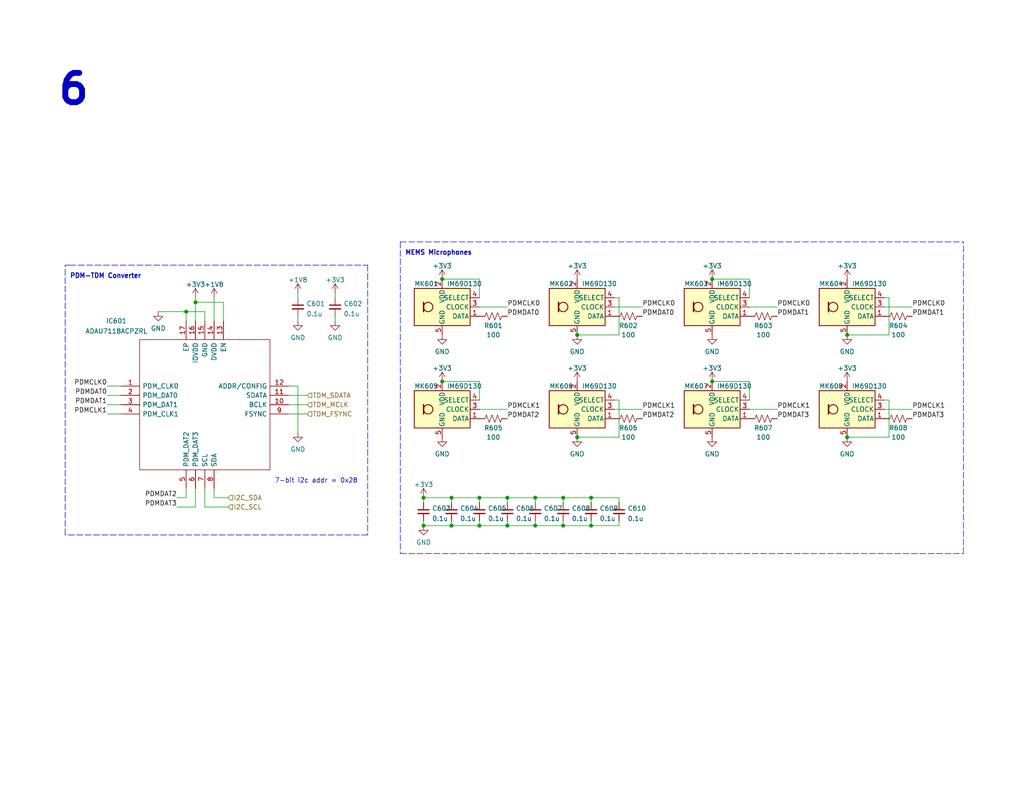
<source format=kicad_sch>
(kicad_sch (version 20211123) (generator eeschema)
  (paper "USLetter")
  (title_block (rev "0") (company "Charlie Gilliland"))
  (lib_symbols
    (symbol "ADAU7118ACPZRL:ADAU7118ACPZRL" (pin_names (offset 0.762))
      (property "Reference" "IC" (at 41.91 17.78 0))
      (property "Value" "ADAU7118ACPZRL" (at 41.91 15.24 0))
      (symbol "ADAU7118ACPZRL_0_0"
        (pin passive line (at 0 0 0) (length 5.08) (name "PDM_CLK0") (number "1"))
        (pin passive line (at 45.72 -5.08 180) (length 5.08) (name "BCLK") (number "10"))
        (pin passive line (at 45.72 -2.54 180) (length 5.08) (name "SDATA") (number "11"))
        (pin passive line (at 45.72 0 180) (length 5.08) (name "ADDR/CONFIG") (number "12"))
        (pin passive line (at 27.94 17.78 270) (length 5.08) (name "EN") (number "13"))
        (pin passive line (at 25.4 17.78 270) (length 5.08) (name "DVDD") (number "14"))
        (pin passive line (at 22.86 17.78 270) (length 5.08) (name "GND") (number "15"))
        (pin passive line (at 20.32 17.78 270) (length 5.08) (name "IOVDD") (number "16"))
        (pin passive line (at 17.78 17.78 270) (length 5.08) (name "EP") (number "17"))
        (pin passive line (at 0 -2.54 0) (length 5.08) (name "PDM_DAT0") (number "2"))
        (pin passive line (at 0 -5.08 0) (length 5.08) (name "PDM_DAT1") (number "3"))
        (pin passive line (at 0 -7.62 0) (length 5.08) (name "PDM_CLK1") (number "4"))
        (pin passive line (at 17.78 -27.94 90) (length 5.08) (name "PDM_DAT2") (number "5"))
        (pin passive line (at 20.32 -27.94 90) (length 5.08) (name "PDM_DAT3") (number "6"))
        (pin passive line (at 22.86 -27.94 90) (length 5.08) (name "SCL") (number "7"))
        (pin passive line (at 25.4 -27.94 90) (length 5.08) (name "SDA") (number "8"))
        (pin passive line (at 45.72 -7.62 180) (length 5.08) (name "FSYNC") (number "9"))
      )
      (symbol "ADAU7118ACPZRL_0_1"
        (polyline (pts (xy 5.08 12.7) (xy 40.64 12.7) (xy 40.64 -22.86) (xy 5.08 -22.86) (xy 5.08 12.7)) (stroke (width 0.1524)))
      )
    )
    (symbol "Device:C_Small" (pin_numbers hide) (pin_names (offset 0.254) hide)
      (property "Reference" "C" (at 0.254 1.778 0))
      (property "Value" "C_Small" (at 0.254 -2.032 0))
      (symbol "C_Small_0_1"
        (polyline (pts (xy -1.524 -0.508) (xy 1.524 -0.508)) (stroke (width 0.3302)))
        (polyline (pts (xy -1.524 0.508) (xy 1.524 0.508)) (stroke (width 0.3048)))
      )
      (symbol "C_Small_1_1"
        (pin passive line (at 0 2.54 270) (length 2.032) (name "~") (number "1"))
        (pin passive line (at 0 -2.54 90) (length 2.032) (name "~") (number "2"))
      )
    )
    (symbol "Device:R_US" (pin_numbers hide) (pin_names (offset 0))
      (property "Reference" "R" (at 2.54 0 90))
      (property "Value" "R_US" (at -2.54 0 90))
      (symbol "R_US_0_1"
        (polyline (pts (xy 0 -2.286) (xy 0 -2.54)))
        (polyline (pts (xy 0 2.286) (xy 0 2.54)))
        (polyline (pts (xy 0 -0.762) (xy 1.016 -1.143) (xy 0 -1.524) (xy -1.016 -1.905) (xy 0 -2.286)))
        (polyline (pts (xy 0 0.762) (xy 1.016 0.381) (xy 0 0) (xy -1.016 -0.381) (xy 0 -0.762)))
        (polyline (pts (xy 0 2.286) (xy 1.016 1.905) (xy 0 1.524) (xy -1.016 1.143) (xy 0 0.762)))
      )
      (symbol "R_US_1_1"
        (pin passive line (at 0 3.81 270) (length 1.27) (name "~") (number "1"))
        (pin passive line (at 0 -3.81 90) (length 1.27) (name "~") (number "2"))
      )
    )
    (symbol "Sensor_Audio:IM69D130" (pin_names (offset 0.254))
      (property "Reference" "MK" (at -7.62 6.35 0))
      (property "Value" "IM69D130" (at 1.27 6.35 0))
      (symbol "IM69D130_0_1"
        (rectangle (start -7.62 5.08) (end 7.62 -5.08) (stroke (width 0.254)) (fill (type background)))
        (circle (center -3.81 0) (radius 1.27) (stroke (width 0.254)))
        (polyline (pts (xy -5.08 1.27) (xy -5.08 -1.27)) (stroke (width 0.381)))
      )
      (symbol "IM69D130_1_1"
        (pin output line (at 10.16 -2.54 180) (length 2.54) (name "DATA") (number "1"))
        (pin power_in line (at 0 7.62 270) (length 2.54) (name "VDD") (number "2"))
        (pin input line (at 10.16 0 180) (length 2.54) (name "CLOCK") (number "3"))
        (pin input line (at 10.16 2.54 180) (length 2.54) (name "SELECT") (number "4"))
        (pin power_in line (at 0 -7.62 90) (length 2.54) (name "GND") (number "5"))
      )
    )
    (symbol "power:+1V8" (power) (pin_names (offset 0))
      (property "Value" "+1V8" (at 0 3.556 0))
      (symbol "+1V8_0_1"
        (polyline (pts (xy -0.762 1.27) (xy 0 2.54)))
        (polyline (pts (xy 0 0) (xy 0 2.54)))
        (polyline (pts (xy 0 2.54) (xy 0.762 1.27)))
      )
      (symbol "+1V8_1_1"
        (pin power_in line (at 0 0 90) (length 0) hide (name "+1V8") (number "1"))
      )
    )
    (symbol "power:+3V3" (power) (pin_names (offset 0))
      (property "Value" "+3V3" (at 0 3.556 0))
      (symbol "+3V3_0_1"
        (polyline (pts (xy -0.762 1.27) (xy 0 2.54)))
        (polyline (pts (xy 0 0) (xy 0 2.54)))
        (polyline (pts (xy 0 2.54) (xy 0.762 1.27)))
      )
      (symbol "+3V3_1_1"
        (pin power_in line (at 0 0 90) (length 0) hide (name "+3V3") (number "1"))
      )
    )
    (symbol "power:GND" (power) (pin_names (offset 0))
      (property "Value" "GND" (at 0 -3.81 0))
      (symbol "GND_0_1"
        (polyline (pts (xy 0 0) (xy 0 -1.27) (xy 1.27 -1.27) (xy 0 -2.54) (xy -1.27 -1.27) (xy 0 -1.27)))
      )
      (symbol "GND_1_1"
        (pin power_in line (at 0 0 270) (length 0) hide (name "GND") (number "1"))
      )
    )
  )
  (junction (at 115.57 143.51))
  (junction (at 53.34 82.55))
  (junction (at 120.65 104.14))
  (junction (at 130.81 143.51))
  (junction (at 130.81 135.89))
  (junction (at 120.65 76.2))
  (junction (at 146.05 143.51))
  (junction (at 161.29 143.51))
  (junction (at 231.14 119.38))
  (junction (at 50.8 85.09))
  (junction (at 123.19 143.51))
  (junction (at 123.19 135.89))
  (junction (at 153.67 143.51))
  (junction (at 115.57 135.89))
  (junction (at 138.43 135.89))
  (junction (at 157.48 119.38))
  (junction (at 138.43 143.51))
  (junction (at 146.05 135.89))
  (junction (at 161.29 135.89))
  (junction (at 194.31 104.14))
  (junction (at 194.31 76.2))
  (junction (at 153.67 135.89))
  (junction (at 231.14 91.44))
  (junction (at 157.48 91.44))
  (wire (pts (xy 50.8 87.63) (xy 50.8 85.09)))
  (wire (pts (xy 241.3 111.76) (xy 248.92 111.76)))
  (wire (pts (xy 29.21 105.41) (xy 33.02 105.41)))
  (wire (pts (xy 53.34 82.55) (xy 60.96 82.55)))
  (wire (pts (xy 130.81 83.82) (xy 138.43 83.82)))
  (wire (pts (xy 62.23 135.89) (xy 58.42 135.89)))
  (wire (pts (xy 168.91 135.89) (xy 161.29 135.89)))
  (wire (pts (xy 91.44 81.28) (xy 91.44 80.01)))
  (wire (pts (xy 242.57 109.22) (xy 241.3 109.22)))
  (wire (pts (xy 167.64 111.76) (xy 175.26 111.76)))
  (wire (pts (xy 242.57 119.38) (xy 242.57 109.22)))
  (wire (pts (xy 157.48 119.38) (xy 168.91 119.38)))
  (wire (pts (xy 161.29 135.89) (xy 153.67 135.89)))
  (wire (pts (xy 204.47 104.14) (xy 204.47 109.22)))
  (wire (pts (xy 130.81 137.16) (xy 130.81 135.89)))
  (wire (pts (xy 194.31 104.14) (xy 204.47 104.14)))
  (wire (pts (xy 242.57 91.44) (xy 242.57 81.28)))
  (wire (pts (xy 130.81 143.51) (xy 138.43 143.51)))
  (wire (pts (xy 167.64 83.82) (xy 175.26 83.82)))
  (wire (pts (xy 29.21 113.03) (xy 33.02 113.03)))
  (polyline (pts (xy 17.78 146.05) (xy 17.78 72.39)))
  (wire (pts (xy 55.88 133.35) (xy 55.88 138.43)))
  (wire (pts (xy 168.91 119.38) (xy 168.91 109.22)))
  (wire (pts (xy 130.81 111.76) (xy 138.43 111.76)))
  (wire (pts (xy 115.57 143.51) (xy 115.57 142.24)))
  (polyline (pts (xy 109.22 66.04) (xy 109.22 151.13)))
  (polyline (pts (xy 100.33 72.39) (xy 100.33 146.05)))
  (wire (pts (xy 204.47 83.82) (xy 212.09 83.82)))
  (wire (pts (xy 231.14 119.38) (xy 242.57 119.38)))
  (wire (pts (xy 48.26 135.89) (xy 50.8 135.89)))
  (wire (pts (xy 138.43 135.89) (xy 130.81 135.89)))
  (wire (pts (xy 123.19 135.89) (xy 115.57 135.89)))
  (wire (pts (xy 115.57 143.51) (xy 123.19 143.51)))
  (wire (pts (xy 241.3 83.82) (xy 248.92 83.82)))
  (wire (pts (xy 204.47 111.76) (xy 212.09 111.76)))
  (wire (pts (xy 60.96 87.63) (xy 60.96 82.55)))
  (polyline (pts (xy 100.33 146.05) (xy 17.78 146.05)))
  (wire (pts (xy 168.91 91.44) (xy 168.91 81.28)))
  (wire (pts (xy 123.19 142.24) (xy 123.19 143.51)))
  (wire (pts (xy 50.8 135.89) (xy 50.8 133.35)))
  (wire (pts (xy 115.57 137.16) (xy 115.57 135.89)))
  (wire (pts (xy 120.65 104.14) (xy 130.81 104.14)))
  (wire (pts (xy 153.67 142.24) (xy 153.67 143.51)))
  (wire (pts (xy 130.81 142.24) (xy 130.81 143.51)))
  (wire (pts (xy 242.57 81.28) (xy 241.3 81.28)))
  (wire (pts (xy 81.28 81.28) (xy 81.28 80.01)))
  (polyline (pts (xy 17.78 72.39) (xy 19.05 72.39)))
  (wire (pts (xy 168.91 137.16) (xy 168.91 135.89)))
  (wire (pts (xy 50.8 85.09) (xy 43.18 85.09)))
  (wire (pts (xy 138.43 137.16) (xy 138.43 135.89)))
  (wire (pts (xy 78.74 105.41) (xy 81.28 105.41)))
  (wire (pts (xy 33.02 110.49) (xy 29.21 110.49)))
  (wire (pts (xy 81.28 87.63) (xy 81.28 86.36)))
  (wire (pts (xy 130.81 135.89) (xy 123.19 135.89)))
  (wire (pts (xy 161.29 143.51) (xy 168.91 143.51)))
  (wire (pts (xy 78.74 107.95) (xy 83.82 107.95)))
  (wire (pts (xy 53.34 138.43) (xy 53.34 133.35)))
  (wire (pts (xy 168.91 81.28) (xy 167.64 81.28)))
  (wire (pts (xy 53.34 82.55) (xy 53.34 87.63)))
  (wire (pts (xy 153.67 135.89) (xy 146.05 135.89)))
  (wire (pts (xy 55.88 138.43) (xy 62.23 138.43)))
  (wire (pts (xy 123.19 137.16) (xy 123.19 135.89)))
  (wire (pts (xy 55.88 87.63) (xy 55.88 85.09)))
  (wire (pts (xy 48.26 138.43) (xy 53.34 138.43)))
  (wire (pts (xy 138.43 142.24) (xy 138.43 143.51)))
  (wire (pts (xy 120.65 76.2) (xy 130.81 76.2)))
  (wire (pts (xy 168.91 109.22) (xy 167.64 109.22)))
  (wire (pts (xy 29.21 107.95) (xy 33.02 107.95)))
  (wire (pts (xy 168.91 143.51) (xy 168.91 142.24)))
  (wire (pts (xy 231.14 91.44) (xy 242.57 91.44)))
  (wire (pts (xy 58.42 87.63) (xy 58.42 81.28)))
  (wire (pts (xy 130.81 104.14) (xy 130.81 109.22)))
  (wire (pts (xy 146.05 142.24) (xy 146.05 143.51)))
  (wire (pts (xy 161.29 142.24) (xy 161.29 143.51)))
  (wire (pts (xy 146.05 143.51) (xy 153.67 143.51)))
  (wire (pts (xy 58.42 135.89) (xy 58.42 133.35)))
  (wire (pts (xy 53.34 81.28) (xy 53.34 82.55)))
  (wire (pts (xy 204.47 76.2) (xy 204.47 81.28)))
  (polyline (pts (xy 262.89 151.13) (xy 262.89 66.04)))
  (wire (pts (xy 83.82 110.49) (xy 78.74 110.49)))
  (wire (pts (xy 146.05 137.16) (xy 146.05 135.89)))
  (wire (pts (xy 138.43 143.51) (xy 146.05 143.51)))
  (wire (pts (xy 194.31 76.2) (xy 204.47 76.2)))
  (wire (pts (xy 78.74 113.03) (xy 83.82 113.03)))
  (wire (pts (xy 153.67 143.51) (xy 161.29 143.51)))
  (wire (pts (xy 161.29 137.16) (xy 161.29 135.89)))
  (polyline (pts (xy 109.22 66.04) (xy 262.89 66.04)))
  (polyline (pts (xy 109.22 151.13) (xy 262.89 151.13)))
  (wire (pts (xy 146.05 135.89) (xy 138.43 135.89)))
  (wire (pts (xy 157.48 91.44) (xy 168.91 91.44)))
  (wire (pts (xy 81.28 105.41) (xy 81.28 118.11)))
  (wire (pts (xy 91.44 86.36) (xy 91.44 87.63)))
  (wire (pts (xy 50.8 85.09) (xy 55.88 85.09)))
  (wire (pts (xy 130.81 76.2) (xy 130.81 81.28)))
  (polyline (pts (xy 19.05 72.39) (xy 100.33 72.39)))
  (wire (pts (xy 123.19 143.51) (xy 130.81 143.51)))
  (wire (pts (xy 153.67 137.16) (xy 153.67 135.89)))
  (text "PDM-TDM Converter" (at 19.05 76.2 0) (effects (font (size 1.27 1.27) (thickness 0.254) bold) (justify left bottom)))
  (text "MEMS Microphones" (at 110.49 69.85 0) (effects (font (size 1.27 1.27) (thickness 0.254) bold) (justify left bottom)))
  (text "7-bit i2c addr = 0x28" (at 74.93 132.08 0) (effects (font (size 1.27 1.27)) (justify left bottom)))
  (text "6" (at 15.24 29.21 0) (effects (font (size 8 8) bold) (justify left bottom)))
  (label "PDMDAT3" (at 212.09 114.3 0))
  (label "PDMCLK1" (at 138.43 111.76 0))
  (label "PDMDAT2" (at 175.26 114.3 0))
  (label "PDMCLK0" (at 212.09 83.82 0))
  (label "PDMCLK0" (at 248.92 83.82 0))
  (label "PDMDAT1" (at 212.09 86.36 0))
  (label "PDMCLK0" (at 138.43 83.82 0))
  (label "PDMDAT1" (at 248.92 86.36 0))
  (label "PDMCLK1" (at 175.26 111.76 0))
  (label "PDMDAT3" (at 48.26 138.43 180))
  (label "PDMDAT2" (at 48.26 135.89 180))
  (label "PDMDAT3" (at 248.92 114.3 0))
  (label "PDMCLK0" (at 175.26 83.82 0))
  (label "PDMDAT2" (at 138.43 114.3 0))
  (label "PDMDAT0" (at 175.26 86.36 0))
  (label "PDMDAT1" (at 29.21 110.49 180))
  (label "PDMCLK1" (at 212.09 111.76 0))
  (label "PDMDAT0" (at 29.21 107.95 180))
  (label "PDMCLK1" (at 29.21 113.03 180))
  (label "PDMCLK1" (at 248.92 111.76 0))
  (label "PDMCLK0" (at 29.21 105.41 180))
  (label "PDMDAT0" (at 138.43 86.36 0))
  (hierarchical_label "TDM_FSYNC" (shape input) (at 83.82 113.03 0))
  (hierarchical_label "TDM_MCLK" (shape input) (at 83.82 110.49 0))
  (hierarchical_label "I2C_SCL" (shape input) (at 62.23 138.43 0))
  (hierarchical_label "TDM_SDATA" (shape input) (at 83.82 107.95 0))
  (hierarchical_label "I2C_SDA" (shape input) (at 62.23 135.89 0))
  (symbol (lib_id "power:+3V3") (at 53.34 81.28 0) (unit 1)
    (property "Reference" "#PWR0607" (effects hide))
    (property "Value" "+3V3" (at 53.34 77.6755 0))
  )
  (symbol (lib_id "Device:C_Small") (at 91.44 83.82 0) (unit 1)
    (property "Reference" "C602" (at 93.7641 82.9178 0) (effects (justify left)))
    (property "Value" "0.1u" (at 93.7641 85.6929 0) (effects (justify left)))
    (property "Footprint" "Capacitor_SMD:C_0402_1005Metric" (effects hide))
  )
  (symbol (lib_id "Device:C_Small") (at 123.19 139.7 0) (unit 1)
    (property "Reference" "C604" (at 125.5141 138.7978 0) (effects (justify left)))
    (property "Value" "0.1u" (at 125.5141 141.5729 0) (effects (justify left)))
    (property "Footprint" "Capacitor_SMD:C_0402_1005Metric" (effects hide))
  )
  (symbol (lib_id "Device:R_US") (at 171.45 114.3 90) (unit 1)
    (property "Reference" "R606" (at 171.45 116.84 90))
    (property "Value" "100" (at 171.45 119.38 90))
    (property "Footprint" "Resistor_SMD:R_0402_1005Metric" (effects hide))
  )
  (symbol (lib_id "power:+3V3") (at 231.14 104.14 0) (unit 1)
    (property "Reference" "#PWR0619" (effects hide))
    (property "Value" "+3V3" (at 231.14 100.5355 0))
  )
  (symbol (lib_id "Sensor_Audio:IM69D130") (at 157.48 111.76 0) (unit 1)
    (property "Reference" "MK606" (at 149.86 105.41 0) (effects (justify left)))
    (property "Value" "IM69D130" (at 158.75 105.41 0) (effects (justify left)))
    (property "Footprint" "IM69D130V01XTSA1:MIC_IM69D130V01XTSA1" (effects hide))
    (property "Datasheet" "https://www.infineon.com/dgdl/Infineon-IM69D130-DS-v01_00-EN.pdf?fileId=5546d462602a9dc801607a0e46511a2e" (effects hide))
  )
  (symbol (lib_id "power:GND") (at 91.44 87.63 0) (unit 1)
    (property "Reference" "#PWR0611" (effects hide))
    (property "Value" "GND" (at 91.44 92.1925 0))
  )
  (symbol (lib_id "power:+3V3") (at 120.65 104.14 0) (unit 1)
    (property "Reference" "#PWR0616" (effects hide))
    (property "Value" "+3V3" (at 120.65 100.5355 0))
  )
  (symbol (lib_id "power:GND") (at 120.65 119.38 0) (unit 1)
    (property "Reference" "#PWR0621" (effects hide))
    (property "Value" "GND" (at 120.65 123.9425 0))
  )
  (symbol (lib_id "power:GND") (at 194.31 91.44 0) (unit 1)
    (property "Reference" "#PWR0614" (effects hide))
    (property "Value" "GND" (at 194.31 96.0025 0))
  )
  (symbol (lib_id "power:GND") (at 157.48 91.44 0) (unit 1)
    (property "Reference" "#PWR0613" (effects hide))
    (property "Value" "GND" (at 157.48 96.0025 0))
  )
  (symbol (lib_id "ADAU7118ACPZRL:ADAU7118ACPZRL") (at 33.02 105.41 0) (unit 1)
    (property "Reference" "IC601" (at 31.75 87.63 0))
    (property "Value" "ADAU7118ACPZRL" (at 31.75 90.4051 0))
    (property "Footprint" "KiCad:QFN50P300X300X80-17N-D" (effects hide))
    (property "Datasheet" "https://www.analog.com/media/en/technical-documentation/data-sheets/ADAU7118.pdf" (effects hide))
    (property "Description" "Audio A/D Converter ICs 8-Channel PDM to I2S/TDM Converter" (effects hide))
    (property "Height" "0.8" (effects hide))
    (property "Manufacturer_Name" "Analog Devices" (effects hide))
    (property "Manufacturer_Part_Number" "ADAU7118ACPZRL" (effects hide))
    (property "Mouser Part Number" "584-ADAU7118ACPZRL" (effects hide))
    (property "Mouser Price/Stock" "https://www.mouser.co.uk/ProductDetail/Analog-Devices/ADAU7118ACPZRL?qs=PzGy0jfpSMt0YxOJC775pQ%3D%3D" (effects hide))
    (property "Arrow Part Number" "ADAU7118ACPZRL" (effects hide))
    (property "Arrow Price/Stock" "https://www.arrow.com/en/products/adau7118acpzrl/analog-devices" (effects hide))
  )
  (symbol (lib_id "power:+3V3") (at 231.14 76.2 0) (unit 1)
    (property "Reference" "#PWR0604" (effects hide))
    (property "Value" "+3V3" (at 231.14 72.5955 0))
  )
  (symbol (lib_id "power:+3V3") (at 115.57 135.89 0) (unit 1)
    (property "Reference" "#PWR0625" (effects hide))
    (property "Value" "+3V3" (at 115.57 132.2855 0))
  )
  (symbol (lib_id "Device:C_Small") (at 130.81 139.7 0) (unit 1)
    (property "Reference" "C605" (at 133.1341 138.7978 0) (effects (justify left)))
    (property "Value" "0.1u" (at 133.1341 141.5729 0) (effects (justify left)))
    (property "Footprint" "Capacitor_SMD:C_0402_1005Metric" (effects hide))
  )
  (symbol (lib_id "Device:C_Small") (at 138.43 139.7 0) (unit 1)
    (property "Reference" "C606" (at 140.7541 138.7978 0) (effects (justify left)))
    (property "Value" "0.1u" (at 140.7541 141.5729 0) (effects (justify left)))
    (property "Footprint" "Capacitor_SMD:C_0402_1005Metric" (effects hide))
  )
  (symbol (lib_id "Device:R_US") (at 245.11 86.36 90) (unit 1)
    (property "Reference" "R604" (at 245.11 88.9 90))
    (property "Value" "100" (at 245.11 91.44 90))
    (property "Footprint" "Resistor_SMD:R_0402_1005Metric" (effects hide))
  )
  (symbol (lib_id "power:+3V3") (at 157.48 76.2 0) (unit 1)
    (property "Reference" "#PWR0602" (effects hide))
    (property "Value" "+3V3" (at 157.48 72.5955 0))
  )
  (symbol (lib_id "power:GND") (at 194.31 119.38 0) (unit 1)
    (property "Reference" "#PWR0623" (effects hide))
    (property "Value" "GND" (at 194.31 123.9425 0))
  )
  (symbol (lib_id "Device:R_US") (at 171.45 86.36 90) (unit 1)
    (property "Reference" "R602" (at 171.45 88.9 90))
    (property "Value" "100" (at 171.45 91.44 90))
    (property "Footprint" "Resistor_SMD:R_0402_1005Metric" (effects hide))
  )
  (symbol (lib_id "power:+1V8") (at 58.42 81.28 0) (unit 1)
    (property "Reference" "#PWR0608" (effects hide))
    (property "Value" "+1V8" (at 58.42 77.6755 0))
  )
  (symbol (lib_id "Device:C_Small") (at 115.57 139.7 0) (unit 1)
    (property "Reference" "C603" (at 117.8941 138.7978 0) (effects (justify left)))
    (property "Value" "0.1u" (at 117.8941 141.5729 0) (effects (justify left)))
    (property "Footprint" "Capacitor_SMD:C_0402_1005Metric" (effects hide))
  )
  (symbol (lib_id "Sensor_Audio:IM69D130") (at 120.65 83.82 0) (unit 1)
    (property "Reference" "MK601" (at 113.03 77.47 0) (effects (justify left)))
    (property "Value" "IM69D130" (at 121.92 77.47 0) (effects (justify left)))
    (property "Footprint" "IM69D130V01XTSA1:MIC_IM69D130V01XTSA1" (effects hide))
    (property "Datasheet" "https://www.infineon.com/dgdl/Infineon-IM69D130-DS-v01_00-EN.pdf?fileId=5546d462602a9dc801607a0e46511a2e" (effects hide))
  )
  (symbol (lib_id "Device:C_Small") (at 146.05 139.7 0) (unit 1)
    (property "Reference" "C607" (at 148.3741 138.7978 0) (effects (justify left)))
    (property "Value" "0.1u" (at 148.3741 141.5729 0) (effects (justify left)))
    (property "Footprint" "Capacitor_SMD:C_0402_1005Metric" (effects hide))
  )
  (symbol (lib_id "power:+3V3") (at 91.44 80.01 0) (unit 1)
    (property "Reference" "#PWR0606" (effects hide))
    (property "Value" "+3V3" (at 91.44 76.4055 0))
  )
  (symbol (lib_id "Device:R_US") (at 208.28 86.36 90) (unit 1)
    (property "Reference" "R603" (at 208.28 88.9 90))
    (property "Value" "100" (at 208.28 91.44 90))
    (property "Footprint" "Resistor_SMD:R_0402_1005Metric" (effects hide))
  )
  (symbol (lib_id "Device:R_US") (at 245.11 114.3 90) (unit 1)
    (property "Reference" "R608" (at 245.11 116.84 90))
    (property "Value" "100" (at 245.11 119.38 90))
    (property "Footprint" "Resistor_SMD:R_0402_1005Metric" (effects hide))
  )
  (symbol (lib_id "power:GND") (at 115.57 143.51 0) (unit 1)
    (property "Reference" "#PWR0626" (effects hide))
    (property "Value" "GND" (at 115.57 148.0725 0))
  )
  (symbol (lib_id "power:+3V3") (at 194.31 76.2 0) (unit 1)
    (property "Reference" "#PWR0603" (effects hide))
    (property "Value" "+3V3" (at 194.31 72.5955 0))
  )
  (symbol (lib_id "power:GND") (at 231.14 119.38 0) (unit 1)
    (property "Reference" "#PWR0624" (effects hide))
    (property "Value" "GND" (at 231.14 123.9425 0))
  )
  (symbol (lib_id "power:GND") (at 81.28 118.11 0) (unit 1)
    (property "Reference" "#PWR0620" (effects hide))
    (property "Value" "GND" (at 81.28 122.6725 0))
  )
  (symbol (lib_id "Sensor_Audio:IM69D130") (at 120.65 111.76 0) (unit 1)
    (property "Reference" "MK605" (at 113.03 105.41 0) (effects (justify left)))
    (property "Value" "IM69D130" (at 121.92 105.41 0) (effects (justify left)))
    (property "Footprint" "IM69D130V01XTSA1:MIC_IM69D130V01XTSA1" (effects hide))
    (property "Datasheet" "https://www.infineon.com/dgdl/Infineon-IM69D130-DS-v01_00-EN.pdf?fileId=5546d462602a9dc801607a0e46511a2e" (effects hide))
  )
  (symbol (lib_id "Sensor_Audio:IM69D130") (at 194.31 111.76 0) (unit 1)
    (property "Reference" "MK607" (at 186.69 105.41 0) (effects (justify left)))
    (property "Value" "IM69D130" (at 195.58 105.41 0) (effects (justify left)))
    (property "Footprint" "IM69D130V01XTSA1:MIC_IM69D130V01XTSA1" (effects hide))
    (property "Datasheet" "https://www.infineon.com/dgdl/Infineon-IM69D130-DS-v01_00-EN.pdf?fileId=5546d462602a9dc801607a0e46511a2e" (effects hide))
  )
  (symbol (lib_id "power:GND") (at 231.14 91.44 0) (unit 1)
    (property "Reference" "#PWR0615" (effects hide))
    (property "Value" "GND" (at 231.14 96.0025 0))
  )
  (symbol (lib_id "Device:C_Small") (at 153.67 139.7 0) (unit 1)
    (property "Reference" "C608" (at 155.9941 138.7978 0) (effects (justify left)))
    (property "Value" "0.1u" (at 155.9941 141.5729 0) (effects (justify left)))
    (property "Footprint" "Capacitor_SMD:C_0402_1005Metric" (effects hide))
  )
  (symbol (lib_id "power:+3V3") (at 157.48 104.14 0) (unit 1)
    (property "Reference" "#PWR0617" (effects hide))
    (property "Value" "+3V3" (at 157.48 100.5355 0))
  )
  (symbol (lib_id "power:GND") (at 120.65 91.44 0) (unit 1)
    (property "Reference" "#PWR0612" (effects hide))
    (property "Value" "GND" (at 120.65 96.0025 0))
  )
  (symbol (lib_id "power:GND") (at 43.18 85.09 0) (unit 1)
    (property "Reference" "#PWR0609" (effects hide))
    (property "Value" "GND" (at 43.18 89.6525 0))
  )
  (symbol (lib_id "power:+3V3") (at 120.65 76.2 0) (unit 1)
    (property "Reference" "#PWR0601" (effects hide))
    (property "Value" "+3V3" (at 120.65 72.5955 0))
  )
  (symbol (lib_id "power:+1V8") (at 81.28 80.01 0) (unit 1)
    (property "Reference" "#PWR0605" (effects hide))
    (property "Value" "+1V8" (at 81.28 76.4055 0))
  )
  (symbol (lib_id "Device:C_Small") (at 168.91 139.7 0) (unit 1)
    (property "Reference" "C610" (at 171.2341 138.7978 0) (effects (justify left)))
    (property "Value" "0.1u" (at 171.2341 141.5729 0) (effects (justify left)))
    (property "Footprint" "Capacitor_SMD:C_0402_1005Metric" (effects hide))
  )
  (symbol (lib_id "Device:R_US") (at 134.62 86.36 90) (unit 1)
    (property "Reference" "R601" (at 134.62 88.9 90))
    (property "Value" "100" (at 134.62 91.44 90))
    (property "Footprint" "Resistor_SMD:R_0402_1005Metric" (effects hide))
  )
  (symbol (lib_id "Sensor_Audio:IM69D130") (at 157.48 83.82 0) (unit 1)
    (property "Reference" "MK602" (at 149.86 77.47 0) (effects (justify left)))
    (property "Value" "IM69D130" (at 158.75 77.47 0) (effects (justify left)))
    (property "Footprint" "IM69D130V01XTSA1:MIC_IM69D130V01XTSA1" (effects hide))
    (property "Datasheet" "https://www.infineon.com/dgdl/Infineon-IM69D130-DS-v01_00-EN.pdf?fileId=5546d462602a9dc801607a0e46511a2e" (effects hide))
  )
  (symbol (lib_id "Device:C_Small") (at 81.28 83.82 0) (unit 1)
    (property "Reference" "C601" (at 83.6041 82.9178 0) (effects (justify left)))
    (property "Value" "0.1u" (at 83.6041 85.6929 0) (effects (justify left)))
    (property "Footprint" "Capacitor_SMD:C_0402_1005Metric" (effects hide))
  )
  (symbol (lib_id "Device:R_US") (at 134.62 114.3 90) (unit 1)
    (property "Reference" "R605" (at 134.62 116.84 90))
    (property "Value" "100" (at 134.62 119.38 90))
    (property "Footprint" "Resistor_SMD:R_0402_1005Metric" (effects hide))
  )
  (symbol (lib_id "power:GND") (at 81.28 87.63 0) (unit 1)
    (property "Reference" "#PWR0610" (effects hide))
    (property "Value" "GND" (at 81.28 92.1925 0))
  )
  (symbol (lib_id "Sensor_Audio:IM69D130") (at 231.14 83.82 0) (unit 1)
    (property "Reference" "MK604" (at 223.52 77.47 0) (effects (justify left)))
    (property "Value" "IM69D130" (at 232.41 77.47 0) (effects (justify left)))
    (property "Footprint" "IM69D130V01XTSA1:MIC_IM69D130V01XTSA1" (effects hide))
    (property "Datasheet" "https://www.infineon.com/dgdl/Infineon-IM69D130-DS-v01_00-EN.pdf?fileId=5546d462602a9dc801607a0e46511a2e" (effects hide))
  )
  (symbol (lib_id "power:+3V3") (at 194.31 104.14 0) (unit 1)
    (property "Reference" "#PWR0618" (effects hide))
    (property "Value" "+3V3" (at 194.31 100.5355 0))
  )
  (symbol (lib_id "Device:C_Small") (at 161.29 139.7 0) (unit 1)
    (property "Reference" "C609" (at 163.6141 138.7978 0) (effects (justify left)))
    (property "Value" "0.1u" (at 163.6141 141.5729 0) (effects (justify left)))
    (property "Footprint" "Capacitor_SMD:C_0402_1005Metric" (effects hide))
  )
  (symbol (lib_id "Sensor_Audio:IM69D130") (at 231.14 111.76 0) (unit 1)
    (property "Reference" "MK608" (at 223.52 105.41 0) (effects (justify left)))
    (property "Value" "IM69D130" (at 232.41 105.41 0) (effects (justify left)))
    (property "Footprint" "IM69D130V01XTSA1:MIC_IM69D130V01XTSA1" (effects hide))
    (property "Datasheet" "https://www.infineon.com/dgdl/Infineon-IM69D130-DS-v01_00-EN.pdf?fileId=5546d462602a9dc801607a0e46511a2e" (effects hide))
  )
  (symbol (lib_id "power:GND") (at 157.48 119.38 0) (unit 1)
    (property "Reference" "#PWR0622" (effects hide))
    (property "Value" "GND" (at 157.48 123.9425 0))
  )
  (symbol (lib_id "Sensor_Audio:IM69D130") (at 194.31 83.82 0) (unit 1)
    (property "Reference" "MK603" (at 186.69 77.47 0) (effects (justify left)))
    (property "Value" "IM69D130" (at 195.58 77.47 0) (effects (justify left)))
    (property "Footprint" "IM69D130V01XTSA1:MIC_IM69D130V01XTSA1" (effects hide))
    (property "Datasheet" "https://www.infineon.com/dgdl/Infineon-IM69D130-DS-v01_00-EN.pdf?fileId=5546d462602a9dc801607a0e46511a2e" (effects hide))
  )
  (symbol (lib_id "Device:R_US") (at 208.28 114.3 90) (unit 1)
    (property "Reference" "R607" (at 208.28 116.84 90))
    (property "Value" "100" (at 208.28 119.38 90))
    (property "Footprint" "Resistor_SMD:R_0402_1005Metric" (effects hide))
  )
)
</source>
